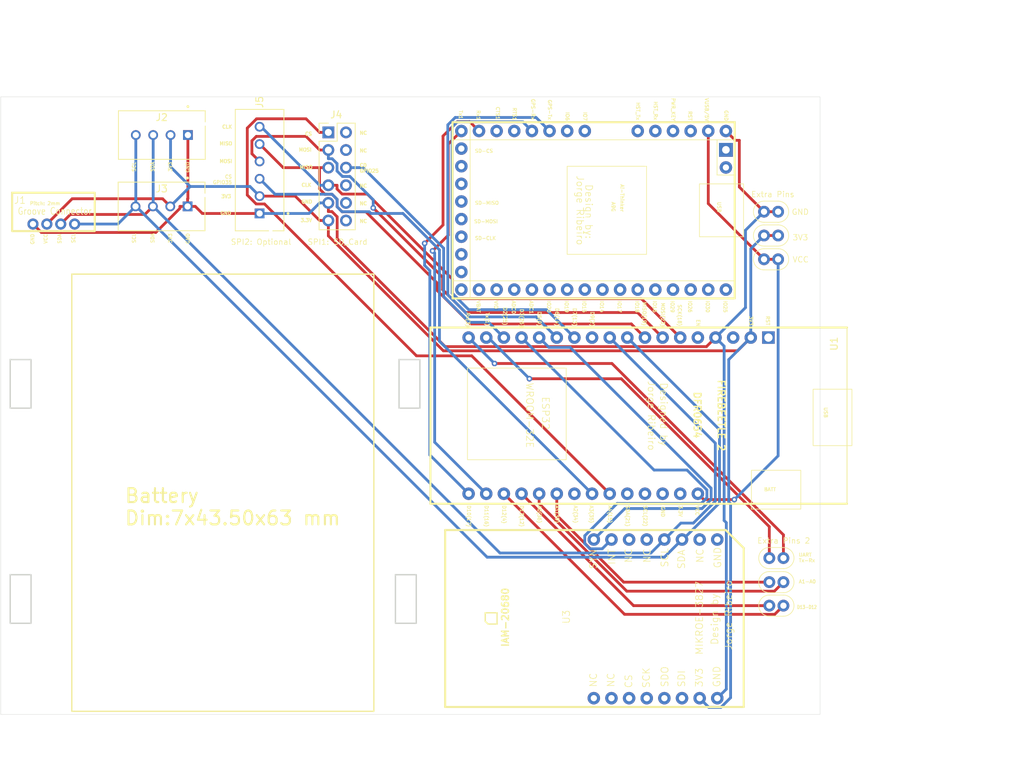
<source format=kicad_pcb>
(kicad_pcb (version 20221018) (generator pcbnew)
  (layers (0 "F.Cu" signal) (31 "B.Cu" signal) (34 "B.Paste" user) (35 "F.Paste" user) (36 "B.SilkS" user "B.Silkscreen") (37 "F.SilkS" user "F.Silkscreen") (38 "B.Mask" user) (39 "F.Mask" user) (44 "Edge.Cuts" user))
  (net 0 "")
  (net 1 "+5V")
  (net 2 "Earth")
  (net 5 "Net-(J4-Pin_2)")
  (net 6 "Net-(J1-SDA)")
  (net 7 "Net-(J1-SCL)")
  (net 8 "Net-(J4-Pin_1)")
  (net 9 "Net-(U1-D11{slash}UART2-Rx)")
  (net 11 "Net-(J4-Pin_3)")
  (net 12 "Net-(U1-D7)")
  (net 13 "Net-(U1-D3)")
  (net 14 "Net-(U1-D5)")
  (net 26 "+3V3")
  (net 31 "Net-(U1-D6)")
  (net 39 "Net-(U1-D10{slash}UART2-Tx)")
  (net 44 "Net-(J4-Pin_4)")
  (net 55 "Net-(J5-Pin_3)")
  (net 56 "Net-(J4-Pin_9)")
  (net 57 "Net-(J9-Pin_1)")
  (net 58 "Net-(J9-Pin_2)")
  (net 59 "Net-(J10-Pin_1)")
  (net 60 "Net-(J10-Pin_2)")
  (net 61 "Net-(J11-Pin_1)")
  (net 62 "Net-(J11-Pin_2)")
  (footprint "Library_Jorge:A9G-Kit" (layer "F.Cu") (at 165.073 53.644 -90)
    (fp_text reference "U2")
    (fp_text value "~" hide)
  )
  (footprint "Library_Jorge:MODULE_DFR0654" (layer "F.Cu") (at 161.886 83.238 -90)
    (fp_text reference "U1")
    (fp_text value "~")
  )
  (footprint "Library_Jorge:extraconnectors_1x02_P2.54mm" (layer "F.Cu") (at 210.693 116.459)
    (fp_text reference "J9" hide)
    (fp_text value "Conn_01x02" hide)
  )
  (footprint "Library_Jorge:extraconnectors_1x02_P2.54mm" (layer "F.Cu") (at 210.693 119.931)
    (fp_text reference "J10" hide)
    (fp_text value "Conn_01x02" hide)
  )
  (footprint "Library_Jorge:extraconnectors_1x02_P2.54mm" (layer "F.Cu") (at 209.931 73.406)
    (fp_text reference "J7" hide)
    (fp_text value "Conn_01x02" hide)
  )
  (footprint "MountingHole:MountingHole_4.3mm_M4" (layer "F.Cu") (at 211.5 132)
    (fp_text reference "REF8" hide)
    (fp_text value "MountingHole_4.3mm_M4" hide)
  )
  (footprint "Library_Jorge:extraconnectors_1x02_P2.54mm" (layer "F.Cu") (at 209.931 69.977)
    (fp_text reference "J6" hide)
    (fp_text value "Conn_01x02" hide)
  )
  (footprint "Library_Jorge:TE_1744418-4" (layer "F.Cu") (at 123.21 55.499)
    (fp_text reference "J2")
    (fp_text value "~" hide)
  )
  (footprint "MountingHole:MountingHole_4.3mm_M4" (layer "F.Cu") (at 106.5 57)
    (fp_text reference "REF2" hide)
    (fp_text value "MountingHole_4.3mm_M4" hide)
  )
  (footprint "Library_Jorge:extraconnectors_1x02_P2.54mm" (layer "F.Cu") (at 210.693 123.317)
    (fp_text reference "J11" hide)
    (fp_text value "Conn_01x02" hide)
  )
  (footprint "MountingHole:MountingHole_4.3mm_M4" (layer "F.Cu") (at 159 77)
    (fp_text reference "REF4" hide)
    (fp_text value "MountingHole_4.3mm_M4" hide)
  )
  (footprint "MountingHole:MountingHole_4.3mm_M4" (layer "F.Cu") (at 159 112)
    (fp_text reference "REF5" hide)
    (fp_text value "MountingHole_4.3mm_M4" hide)
  )
  (footprint "Library_Jorge:extraconnectors_1x02_P2.54mm" (layer "F.Cu") (at 209.931 66.548)
    (fp_text reference "J8" hide)
    (fp_text value "Conn_01x02" hide)
  )
  (footprint "Library_Jorge:TE_1744418-4" (layer "F.Cu") (at 123.17 65.786)
    (fp_text reference "J3")
    (fp_text value "~" hide)
  )
  (footprint "MountingHole:MountingHole_4.3mm_M4" (layer "F.Cu") (at 106.5 132)
    (fp_text reference "REF1" hide)
    (fp_text value "MountingHole_4.3mm_M4" hide)
  )
  (footprint "MountingHole:MountingHole_4.3mm_M4" (layer "F.Cu") (at 211.5 57)
    (fp_text reference "REF7" hide)
    (fp_text value "MountingHole_4.3mm_M4" hide)
  )
  (footprint "Library_Jorge:PinHeader_2x06_P2.54mm_Vertical" (layer "F.Cu") (at 147.188 55.118)
    (fp_text reference "J4")
    (fp_text value "SD Connector" hide)
  )
  (footprint "Library_Jorge:TE_1744418-6" (layer "F.Cu") (at 137.287 60.552 -90)
    (fp_text reference "J5")
    (fp_text value "SPI Connector Optional" hide)
  )
  (footprint "MountingHole:MountingHole_4.3mm_M4" (layer "F.Cu") (at 159 57)
    (fp_text reference "REF3" hide)
    (fp_text value "MountingHole_4.3mm_M4" hide)
  )
  (footprint "Library_Jorge:GrooveConnector_1" (layer "F.Cu") (at 101.648 69.342)
    (fp_text reference "J1")
    (fp_text value "~" hide)
  )
  (footprint "MountingHole:MountingHole_4.3mm_M4" (layer "F.Cu") (at 159 132)
    (fp_text reference "REF6" hide)
    (fp_text value "MountingHole_4.3mm_M4" hide)
  )
  (footprint "Library_Jorge:MIKROE-3827" (layer "F.Cu") (at 207.01 137.922 90)
    (fp_text reference "U3")
    (fp_text value "~" hide)
  )
  (gr_rect (start 110.241 75.542) (end 153.741 138.542) (stroke (width 0.2)) (fill none) (layer "F.SilkS"))
  (gr_rect (start 101.37 118.857) (end 104.37 125.857) (stroke (width 0.2)) (fill none) (layer "Edge.Cuts"))
  (gr_rect (start 156.85 118.857) (end 159.85 125.857) (stroke (width 0.2)) (fill none) (layer "Edge.Cuts"))
  (gr_rect (start 100 50) (end 218 139) (stroke (width 0.05)) (fill none) (layer "Edge.Cuts"))
  (gr_rect (start 101.37 87.857) (end 104.37 94.857) (stroke (width 0.2)) (fill none) (layer "Edge.Cuts"))
  (gr_rect (start 157.37 87.857) (end 160.37 94.857) (stroke (width 0.2)) (fill none) (layer "Edge.Cuts"))
  (gr_text "CLK" (at 131.826 54.61) (layer "F.SilkS") (effects (font (size 0.5 0.5) (thickness 0.125)) (justify left bottom)))
  (gr_text "CS\nGPIO35" (at 133.35 62.611) (layer "F.SilkS") (effects (font (size 0.5 0.5) (thickness 0.1) bold) (justify right bottom)))
  (gr_text "SCL" (at 119.507 60.833 90) (layer "F.SilkS") (effects (font (size 0.5 0.5) (thickness 0.1)) (justify left bottom)))
  (gr_text "SPI2: Optional" (at 133.096 71.374) (layer "F.SilkS") (effects (font (size 0.8 0.8) (thickness 0.1)) (justify left bottom)))
  (gr_text "NC" (at 151.633 68.199) (layer "F.SilkS") (effects (font (size 0.5 0.5) (thickness 0.125)) (justify left bottom)))
  (gr_text "3V3" (at 124.714 71.12 90) (layer "F.SilkS") (effects (font (size 0.5 0.5) (thickness 0.1)) (justify left bottom)))
  (gr_text "MISO" (at 131.445 57.023) (layer "F.SilkS") (effects (font (size 0.5 0.5) (thickness 0.125)) (justify left bottom)))
  (gr_text "3V3" (at 124.714 60.833 90) (layer "F.SilkS") (effects (font (size 0.5 0.5) (thickness 0.1)) (justify left bottom)))
  (gr_text "D13-D12" (at 214.63 123.825) (layer "F.SilkS") (effects (font (size 0.5 0.4) (thickness 0.1)) (justify left bottom)))
  (gr_text "MOSI" (at 131.445 59.563) (layer "F.SilkS") (effects (font (size 0.5 0.5) (thickness 0.125)) (justify left bottom)))
  (gr_text "CS" (at 143.759 55.626) (layer "F.SilkS") (effects (font (size 0.5 0.5) (thickness 0.125)) (justify left bottom)))
  (gr_text "Battery\nDim:7x43.50x63 mm" (at 117.734 111.868) (layer "F.SilkS") (effects (font (size 2 2) (thickness 0.3)) (justify left bottom)))
  (gr_text "Extra Pins" (at 208.026 64.516) (layer "F.SilkS") (effects (font (size 0.8 0.8) (thickness 0.1)) (justify left bottom)))
  (gr_text "GND" (at 143.251 65.405) (layer "F.SilkS") (effects (font (size 0.5 0.5) (thickness 0.125)) (justify left bottom)))
  (gr_text "3V3" (at 131.699 64.643) (layer "F.SilkS") (effects (font (size 0.5 0.5) (thickness 0.125)) (justify left bottom)))
  (gr_text "MISO" (at 142.997 60.452) (layer "F.SilkS") (effects (font (size 0.5 0.5) (thickness 0.125)) (justify left bottom)))
  (gr_text "NC" (at 151.633 63.119) (layer "F.SilkS") (effects (font (size 0.5 0.5) (thickness 0.125)) (justify left bottom)))
  (gr_text "SDA" (at 122.174 71.12 90) (layer "F.SilkS") (effects (font (size 0.5 0.5) (thickness 0.1)) (justify left bottom)))
  (gr_text "CD\nGPIO25" (at 151.633 60.96) (layer "F.SilkS") (effects (font (size 0.5 0.5) (thickness 0.125)) (justify left bottom)))
  (gr_text "SCL" (at 119.507 71.12 90) (layer "F.SilkS") (effects (font (size 0.5 0.5) (thickness 0.1)) (justify left bottom)))
  (gr_text "NC" (at 151.633 58.039) (layer "F.SilkS") (effects (font (size 0.5 0.5) (thickness 0.125)) (justify left bottom)))
  (gr_text "3.3V" (at 143.124 68.072) (layer "F.SilkS") (effects (font (size 0.5 0.5) (thickness 0.125)) (justify left bottom)))
  (gr_text "Extra Pins 2" (at 208.915 114.427) (layer "F.SilkS") (effects (font (size 0.8 0.8) (thickness 0.1)) (justify left bottom)))
  (gr_text "NC" (at 151.633 65.659) (layer "F.SilkS") (effects (font (size 0.5 0.5) (thickness 0.125)) (justify left bottom)))
  (gr_text "NC" (at 151.633 55.499) (layer "F.SilkS") (effects (font (size 0.5 0.5) (thickness 0.125)) (justify left bottom)))
  (gr_text "A1-A0" (at 214.884 120.142) (layer "F.SilkS") (effects (font (size 0.5 0.5) (thickness 0.1)) (justify left bottom)))
  (gr_text "UART\nTx-Rx" (at 214.884 117.094) (layer "F.SilkS") (effects (font (size 0.5 0.5) (thickness 0.1)) (justify left bottom)))
  (gr_text "SDA" (at 122.174 60.833 90) (layer "F.SilkS") (effects (font (size 0.5 0.5) (thickness 0.1)) (justify left bottom)))
  (gr_text "GND" (at 127.254 60.96 90) (layer "F.SilkS") (effects (font (size 0.5 0.5) (thickness 0.1)) (justify left bottom)))
  (gr_text "MOSI" (at 142.87 57.912) (layer "F.SilkS") (effects (font (size 0.5 0.5) (thickness 0.125)) (justify left bottom)))
  (gr_text "SPI1: SD_Card " (at 144.145 71.374) (layer "F.SilkS") (effects (font (size 0.8 0.8) (thickness 0.1)) (justify left bottom)))
  (gr_text "VCC" (at 213.995 73.914) (layer "F.SilkS") (effects (font (size 0.8 0.8) (thickness 0.1)) (justify left bottom)))
  (gr_text "GND" (at 131.572 67.056) (layer "F.SilkS") (effects (font (size 0.5 0.5) (thickness 0.125)) (justify left bottom)))
  (gr_text "NC" (at 191.008 117.221 90) (layer "F.SilkS") (effects (font (size 1 1) (thickness 0.1)) (justify left bottom)))
  (gr_text "GND" (at 127.254 71.247 90) (layer "F.SilkS") (effects (font (size 0.5 0.5) (thickness 0.1)) (justify left bottom)))
  (gr_text "GND" (at 213.868 67.056) (layer "F.SilkS") (effects (font (size 0.8 0.8) (thickness 0.1)) (justify left bottom)))
  (gr_text "3V3" (at 213.995 70.739) (layer "F.SilkS") (effects (font (size 0.8 0.8) (thickness 0.1)) (justify left bottom)))
  (gr_text "CLK" (at 143.251 62.992) (layer "F.SilkS") (effects (font (size 0.5 0.5) (thickness 0.125)) (justify left bottom)))
  (segment (start 211.963 73.406) (end 209.931 73.406) (width 0.4) (layer "F.Cu") (net 1))
  (segment (start 200.406 107.188) (end 201.2519 108.0339) (width 0.4) (layer "F.Cu") (net 1))
  (segment (start 201.2519 108.0339) (end 205.6553 108.0339) (width 0.4) (layer "F.Cu") (net 1))
  (segment (start 201.903 54.914) (end 201.903 65.378) (width 0.4) (layer "F.Cu") (net 1))
  (segment (start 201.903 65.378) (end 209.931 73.406) (width 0.4) (layer "F.Cu") (net 1))
  (via (at 205.6553 108.0339) (size 0.8) (drill 0.4) (layers "F.Cu" "B.Cu") (net 1))
  (segment (start 211.963 73.406) (end 211.963 101.7262) (width 0.4) (layer "B.Cu") (net 1))
  (segment (start 211.963 101.7262) (end 205.6553 108.0339) (width 0.4) (layer "B.Cu") (net 1))
  (segment (start 129.0419 66.802) (end 137.287 66.802) (width 0.4) (layer "F.Cu") (net 2))
  (segment (start 126.92 65.786) (end 126.92 64.6801) (width 0.4) (layer "F.Cu") (net 2))
  (segment (start 128.0259 65.786) (end 129.0419 66.802) (width 0.4) (layer "F.Cu") (net 2))
  (segment (start 126.92 65.786) (end 128.0259 65.786) (width 0.4) (layer "F.Cu") (net 2))
  (segment (start 211.963 66.548) (end 209.931 66.548) (width 0.4) (layer "F.Cu") (net 2))
  (segment (start 148.4581 67.2812) (end 147.7068 66.5299) (width 0.4) (layer "F.Cu") (net 2))
  (segment (start 122.3383 69.5383) (end 125.8141 66.0625) (width 0.4) (layer "F.Cu") (net 2))
  (segment (start 202.946 84.688) (end 201.6441 85.9899) (width 0.4) (layer "F.Cu") (net 2))
  (segment (start 126.92 65.786) (end 125.8141 65.786) (width 0.4) (layer "F.Cu") (net 2))
  (segment (start 105.8603 69.5383) (end 122.3383 69.5383) (width 0.4) (layer "F.Cu") (net 2))
  (segment (start 164.0155 85.9899) (end 148.4581 70.4325) (width 0.4) (layer "F.Cu") (net 2))
  (segment (start 147.7068 66.5299) (end 147.188 66.5299) (width 0.4) (layer "F.Cu") (net 2))
  (segment (start 126.96 55.499) (end 126.96 64.6401) (width 0.4) (layer "F.Cu") (net 2))
  (segment (start 104.648 68.326) (end 105.8603 69.5383) (width 0.4) (layer "F.Cu") (net 2))
  (segment (start 205.79 56.261) (end 204.443 54.914) (width 0.4) (layer "F.Cu") (net 2))
  (segment (start 206.375 62.992) (end 206.375 56.261) (width 0.4) (layer "F.Cu") (net 2))
  (segment (start 125.8141 66.0625) (end 125.8141 65.786) (width 0.4) (layer "F.Cu") (net 2))
  (segment (start 201.6441 85.9899) (end 164.0155 85.9899) (width 0.4) (layer "F.Cu") (net 2))
  (segment (start 148.4581 70.4325) (end 148.4581 67.2812) (width 0.4) (layer "F.Cu") (net 2))
  (segment (start 206.375 56.261) (end 205.79 56.261) (width 0.4) (layer "F.Cu") (net 2))
  (segment (start 126.96 64.6401) (end 126.92 64.6801) (width 0.4) (layer "F.Cu") (net 2))
  (segment (start 209.931 66.548) (end 206.375 62.992) (width 0.4) (layer "F.Cu") (net 2))
  (segment (start 147.188 65.278) (end 147.188 66.5299) (width 0.4) (layer "F.Cu") (net 2))
  (segment (start 209.931 66.548) (end 207.2614 69.2176) (width 0.4) (layer "B.Cu") (net 2))
  (segment (start 203.2 136.652) (end 204.5019 135.3501) (width 0.4) (layer "B.Cu") (net 2))
  (segment (start 204.1856 85.9276) (end 202.946 84.688) (width 0.4) (layer "B.Cu") (net 2))
  (segment (start 204.5019 111.3603) (end 204.1856 111.044) (width 0.4) (layer "B.Cu") (net 2))
  (segment (start 207.2614 80.3726) (end 202.946 84.688) (width 0.4) (layer "B.Cu") (net 2))
  (segment (start 204.1856 111.044) (end 204.1856 85.9276) (width 0.4) (layer "B.Cu") (net 2))
  (segment (start 204.5019 135.3501) (end 204.5019 111.3603) (width 0.4) (layer "B.Cu") (net 2))
  (segment (start 137.287 66.802) (end 144.4121 66.802) (width 0.4) (layer "B.Cu") (net 2))
  (segment (start 147.188 65.278) (end 145.9361 65.278) (width 0.4) (layer "B.Cu") (net 2))
  (segment (start 207.2614 69.2176) (end 207.2614 80.3726) (width 0.4) (layer "B.Cu") (net 2))
  (segment (start 144.4121 66.802) (end 145.9361 65.278) (width 0.4) (layer "B.Cu") (net 2))
  (segment (start 191.7148 81.0768) (end 166.9448 81.0768) (width 0.4) (layer "F.Cu") (net 5))
  (segment (start 136.8113 55.6946) (end 136.1789 56.327) (width 0.4) (layer "F.Cu") (net 5))
  (segment (start 143.9727 55.6946) (end 136.8113 55.6946) (width 0.4) (layer "F.Cu") (net 5))
  (segment (start 145.9361 57.658) (end 143.9727 55.6946) (width 0.4) (layer "F.Cu") (net 5))
  (segment (start 147.188 57.658) (end 145.9361 57.658) (width 0.4) (layer "F.Cu") (net 5))
  (segment (start 163.6498 75.9968) (end 153.6501 65.9971) (width 0.4) (layer "F.Cu") (net 5))
  (segment (start 163.6498 77.7818) (end 163.6498 75.9968) (width 0.4) (layer "F.Cu") (net 5))
  (segment (start 136.1789 56.327) (end 136.1789 58.1939) (width 0.4) (layer "F.Cu") (net 5))
  (segment (start 136.1789 58.1939) (end 137.287 59.302) (width 0.4) (layer "F.Cu") (net 5))
  (segment (start 166.9448 81.0768) (end 163.6498 77.7818) (width 0.4) (layer "F.Cu") (net 5))
  (segment (start 195.326 84.688) (end 191.7148 81.0768) (width 0.4) (layer "F.Cu") (net 5))
  (via (at 153.6501 65.9971) (size 0.8) (drill 0.4) (layers "F.Cu" "B.Cu") (net 5))
  (segment (start 150.2925 61.468) (end 153.6501 64.8256) (width 0.4) (layer "B.Cu") (net 5))
  (segment (start 147.188 58.9099) (end 147.7358 58.9099) (width 0.4) (layer "B.Cu") (net 5))
  (segment (start 149.2208 61.468) (end 150.2925 61.468) (width 0.4) (layer "B.Cu") (net 5))
  (segment (start 148.4399 60.6871) (end 149.2208 61.468) (width 0.4) (layer "B.Cu") (net 5))
  (segment (start 148.4399 59.614) (end 148.4399 60.6871) (width 0.4) (layer "B.Cu") (net 5))
  (segment (start 147.7358 58.9099) (end 148.4399 59.614) (width 0.4) (layer "B.Cu") (net 5))
  (segment (start 153.6501 64.8256) (end 153.6501 65.9971) (width 0.4) (layer "B.Cu") (net 5))
  (segment (start 147.188 57.658) (end 147.188 58.9099) (width 0.4) (layer "B.Cu") (net 5))
  (segment (start 110.0322 66.9418) (end 120.7642 66.9418) (width 0.4) (layer "F.Cu") (net 6))
  (segment (start 108.648 68.326) (end 110.0322 66.9418) (width 0.4) (layer "F.Cu") (net 6))
  (segment (start 120.7642 66.9418) (end 121.92 65.786) (width 0.4) (layer "F.Cu") (net 6))
  (segment (start 199.7564 111.4205) (end 197.9515 111.4205) (width 0.4) (layer "B.Cu") (net 6))
  (segment (start 197.9515 111.4205) (end 195.58 113.792) (width 0.4) (layer "B.Cu") (net 6))
  (segment (start 193.6418 115.7302) (end 195.58 113.792) (width 0.4) (layer "B.Cu") (net 6))
  (segment (start 121.96 65.786) (end 121.92 65.786) (width 0.4) (layer "B.Cu") (net 6))
  (segment (start 187.706 84.688) (end 202.9146 99.8966) (width 0.4) (layer "B.Cu") (net 6))
  (segment (start 121.96 65.786) (end 121.96 55.499) (width 0.4) (layer "B.Cu") (net 6))
  (segment (start 121.96 65.786) (end 171.9042 115.7302) (width 0.4) (layer "B.Cu") (net 6))
  (segment (start 171.9042 115.7302) (end 193.6418 115.7302) (width 0.4) (layer "B.Cu") (net 6))
  (segment (start 202.9146 99.8966) (end 202.9146 108.2623) (width 0.4) (layer "B.Cu") (net 6))
  (segment (start 202.9146 108.2623) (end 199.7564 111.4205) (width 0.4) (layer "B.Cu") (net 6))
  (segment (start 119.46 65.786) (end 119.46 55.499) (width 0.4) (layer "B.Cu") (net 7))
  (segment (start 190.246 84.688) (end 203.5193 97.9613) (width 0.4) (layer "B.Cu") (net 7))
  (segment (start 198.236 113.792) (end 198.12 113.792) (width 0.4) (layer "B.Cu") (net 7))
  (segment (start 203.5193 108.5087) (end 198.236 113.792) (width 0.4) (layer "B.Cu") (net 7))
  (segment (start 203.5193 97.9613) (end 203.5193 108.5087) (width 0.4) (layer "B.Cu") (net 7))
  (segment (start 119.507 65.786) (end 170.0531 116.3321) (width 0.4) (layer "B.Cu") (net 7))
  (segment (start 116.88 68.326) (end 119.42 65.786) (width 0.4) (layer "B.Cu") (net 7))
  (segment (start 119.42 65.786) (end 119.507 65.786) (width 0.4) (layer "B.Cu") (net 7))
  (segment (start 119.46 65.786) (end 119.42 65.786) (width 0.4) (layer "B.Cu") (net 7))
  (segment (start 195.5799 116.3321) (end 198.12 113.792) (width 0.4) (layer "B.Cu") (net 7))
  (segment (start 170.0531 116.3321) (end 195.5799 116.3321) (width 0.4) (layer "B.Cu") (net 7))
  (segment (start 119.46 65.786) (end 119.888 65.786) (width 0.4) (layer "B.Cu") (net 7))
  (segment (start 110.648 68.326) (end 116.88 68.326) (width 0.4) (layer "B.Cu") (net 7))
  (segment (start 137.9957 65.4351) (end 159.8806 87.32) (width 0.4) (layer "F.Cu") (net 8))
  (segment (start 143.9752 53.1571) (end 136.854 53.1571) (width 0.4) (layer "F.Cu") (net 8))
  (segment (start 145.9361 55.118) (end 143.9752 53.1571) (width 0.4) (layer "F.Cu") (net 8))
  (segment (start 135.5128 54.4983) (end 135.5128 64.1451) (width 0.4) (layer "F.Cu") (net 8))
  (segment (start 136.8028 65.4351) (end 137.9957 65.4351) (width 0.4) (layer "F.Cu") (net 8))
  (segment (start 135.5128 64.1451) (end 136.8028 65.4351) (width 0.4) (layer "F.Cu") (net 8))
  (segment (start 167.838 87.32) (end 187.706 107.188) (width 0.4) (layer "F.Cu") (net 8))
  (segment (start 159.8806 87.32) (end 167.838 87.32) (width 0.4) (layer "F.Cu") (net 8))
  (segment (start 147.188 55.118) (end 145.9361 55.118) (width 0.4) (layer "F.Cu") (net 8))
  (segment (start 136.854 53.1571) (end 135.5128 54.4983) (width 0.4) (layer "F.Cu") (net 8))
  (segment (start 166.343 54.914) (end 164.465 56.792) (width 0.4) (layer "F.Cu") (net 9))
  (segment (start 164.465 56.792) (end 164.465 69.924) (width 0.4) (layer "F.Cu") (net 9))
  (segment (start 164.465 69.924) (end 162.1951 72.1939) (width 0.4) (layer "F.Cu") (net 9))
  (via (at 162.1951 72.1939) (size 0.8) (drill 0.4) (layers "F.Cu" "B.Cu") (net 9))
  (segment (start 162.5003 99.7623) (end 169.926 107.188) (width 0.4) (layer "B.Cu") (net 9))
  (segment (start 162.5003 72.4991) (end 162.5003 99.7623) (width 0.4) (layer "B.Cu") (net 9))
  (segment (start 162.1951 72.1939) (end 162.5003 72.4991) (width 0.4) (layer "B.Cu") (net 9))
  (segment (start 190.8243 82.7263) (end 192.786 84.688) (width 0.4) (layer "F.Cu") (net 11))
  (segment (start 146.6715 64.0261) (end 147.712 64.0261) (width 0.4) (layer "F.Cu") (net 11))
  (segment (start 148.458 64.7721) (end 148.458 65.8441) (width 0.4) (layer "F.Cu") (net 11))
  (segment (start 190.8243 82.7262) (end 190.8243 82.7263) (width 0.4) (layer "F.Cu") (net 11))
  (segment (start 167.6863 82.7262) (end 190.8243 82.7262) (width 0.4) (layer "F.Cu") (net 11))
  (segment (start 162.8358 77.8757) (end 167.6863 82.7262) (width 0.4) (layer "F.Cu") (net 11))
  (segment (start 162.8358 76.8026) (end 162.8358 77.8757) (width 0.4) (layer "F.Cu") (net 11))
  (segment (start 148.458 65.8441) (end 149.1619 66.548) (width 0.4) (layer "F.Cu") (net 11))
  (segment (start 145.913 63.2676) (end 146.6715 64.0261) (width 0.4) (layer "F.Cu") (net 11))
  (segment (start 149.1619 66.548) (end 152.5812 66.548) (width 0.4) (layer "F.Cu") (net 11))
  (segment (start 140.683 60.198) (end 137.287 56.802) (width 0.4) (layer "F.Cu") (net 11))
  (segment (start 147.712 64.0261) (end 148.458 64.7721) (width 0.4) (layer "F.Cu") (net 11))
  (segment (start 145.913 60.198) (end 140.683 60.198) (width 0.4) (layer "F.Cu") (net 11))
  (segment (start 147.188 60.198) (end 145.913 60.198) (width 0.4) (layer "F.Cu") (net 11))
  (segment (start 145.913 60.198) (end 145.913 63.2676) (width 0.4) (layer "F.Cu") (net 11))
  (segment (start 152.5812 66.548) (end 162.8358 76.8026) (width 0.4) (layer "F.Cu") (net 11))
  (segment (start 176.503 54.914) (end 175.1816 53.5926) (width 0.4) (layer "B.Cu") (net 12))
  (segment (start 175.1816 53.5926) (end 165.7552 53.5926) (width 0.4) (layer "B.Cu") (net 12))
  (segment (start 165.7552 53.5926) (end 165.0184 54.3294) (width 0.4) (layer "B.Cu") (net 12))
  (segment (start 165.0184 78.2923) (end 167.394 80.6679) (width 0.4) (layer "B.Cu") (net 12))
  (segment (start 167.394 80.6679) (end 178.6059 80.6679) (width 0.4) (layer "B.Cu") (net 12))
  (segment (start 178.6059 80.6679) (end 182.626 84.688) (width 0.4) (layer "B.Cu") (net 12))
  (segment (start 165.0184 54.3294) (end 165.0184 78.2923) (width 0.4) (layer "B.Cu") (net 12))
  (segment (start 175.006 84.688) (end 194.0918 103.7738) (width 0.4) (layer "B.Cu") (net 13))
  (segment (start 186.6237 115.1283) (end 187.96 113.792) (width 0.4) (layer "B.Cu") (net 13))
  (segment (start 198.833 103.7738) (end 201.7093 106.6501) (width 0.4) (layer "B.Cu") (net 13))
  (segment (start 201.7093 106.6501) (end 201.7093 107.7654) (width 0.4) (layer "B.Cu") (net 13))
  (segment (start 194.0918 103.7738) (end 198.833 103.7738) (width 0.4) (layer "B.Cu") (net 13))
  (segment (start 188.7708 108.5875) (end 184.1155 113.2428) (width 0.4) (layer "B.Cu") (net 13))
  (segment (start 184.8574 115.1283) (end 186.6237 115.1283) (width 0.4) (layer "B.Cu") (net 13))
  (segment (start 201.7093 107.7654) (end 200.8872 108.5875) (width 0.4) (layer "B.Cu") (net 13))
  (segment (start 184.1155 113.2428) (end 184.1155 114.3864) (width 0.4) (layer "B.Cu") (net 13))
  (segment (start 200.8872 108.5875) (end 188.7708 108.5875) (width 0.4) (layer "B.Cu") (net 13))
  (segment (start 184.1155 114.3864) (end 184.8574 115.1283) (width 0.4) (layer "B.Cu") (net 13))
  (segment (start 202.3112 108.0146) (end 201.0013 109.3245) (width 0.4) (layer "B.Cu") (net 14))
  (segment (start 182.0066 86.0963) (end 202.3112 106.4009) (width 0.4) (layer "B.Cu") (net 14))
  (segment (start 178.9543 86.0963) (end 182.0066 86.0963) (width 0.4) (layer "B.Cu") (net 14))
  (segment (start 189.8875 109.3245) (end 185.42 113.792) (width 0.4) (layer "B.Cu") (net 14))
  (segment (start 202.3112 106.4009) (end 202.3112 108.0146) (width 0.4) (layer "B.Cu") (net 14))
  (segment (start 177.546 84.688) (end 178.9543 86.0963) (width 0.4) (layer "B.Cu") (net 14))
  (segment (start 201.0013 109.3245) (end 189.8875 109.3245) (width 0.4) (layer "B.Cu") (net 14))
  (segment (start 147.188 67.818) (end 145.9361 67.818) (width 0.4) (layer "F.Cu") (net 26))
  (segment (start 145.9361 67.818) (end 142.4201 64.302) (width 0.4) (layer "F.Cu") (net 26))
  (segment (start 110.2947 64.6793) (end 106.648 68.326) (width 0.4) (layer "F.Cu") (net 26))
  (segment (start 142.4201 64.302) (end 137.287 64.302) (width 0.4) (layer "F.Cu") (net 26))
  (segment (start 123.3133 64.6793) (end 110.2947 64.6793) (width 0.4) (layer "F.Cu") (net 26))
  (segment (start 163.7537 86.5933) (end 206.1207 86.5933) (width 0.4) (layer "F.Cu") (net 26))
  (segment (start 147.188 67.818) (end 147.188 70.0276) (width 0.4) (layer "F.Cu") (net 26))
  (segment (start 147.188 70.0276) (end 163.7537 86.5933) (width 0.4) (layer "F.Cu") (net 26))
  (segment (start 211.963 69.977) (end 209.931 69.977) (width 0.4) (layer "F.Cu") (net 26))
  (segment (start 206.1207 86.5933) (end 208.026 84.688) (width 0.4) (layer "F.Cu") (net 26))
  (segment (start 124.42 65.786) (end 123.3133 64.6793) (width 0.4) (layer "F.Cu") (net 26))
  (segment (start 127.291 62.915) (end 124.46 60.084) (width 0.4) (layer "B.Cu") (net 26))
  (segment (start 208.026 71.882) (end 209.931 69.977) (width 0.4) (layer "B.Cu") (net 26))
  (segment (start 205.1179 136.5834) (end 205.1179 108.6321) (width 0.4) (layer "B.Cu") (net 26))
  (segment (start 204.8518 108.366) (end 204.8518 87.8622) (width 0.4) (layer "B.Cu") (net 26))
  (segment (start 124.46 60.084) (end 124.46 55.499) (width 0.4) (layer "B.Cu") (net 26))
  (segment (start 135.9 62.915) (end 127.291 62.915) (width 0.4) (layer "B.Cu") (net 26))
  (segment (start 201.9814 137.9734) (end 203.7279 137.9734) (width 0.4) (layer "B.Cu") (net 26))
  (segment (start 203.7279 137.9734) (end 205.1179 136.5834) (width 0.4) (layer "B.Cu") (net 26))
  (segment (start 204.8518 87.8622) (end 208.026 84.688) (width 0.4) (layer "B.Cu") (net 26))
  (segment (start 208.026 84.688) (end 208.026 71.882) (width 0.4) (layer "B.Cu") (net 26))
  (segment (start 205.1179 108.6321) (end 204.8518 108.366) (width 0.4) (layer "B.Cu") (net 26))
  (segment (start 127.291 62.915) (end 124.42 65.786) (width 0.4) (layer "B.Cu") (net 26))
  (segment (start 137.287 64.302) (end 135.9 62.915) (width 0.4) (layer "B.Cu") (net 26))
  (segment (start 200.66 136.652) (end 201.9814 137.9734) (width 0.4) (layer "B.Cu") (net 26))
  (segment (start 177.105 81.7069) (end 177.105 81.707) (width 0.4) (layer "B.Cu") (net 31))
  (segment (start 165.457 52.9697) (end 164.3939 54.0328) (width 0.4) (layer "B.Cu") (net 31))
  (segment (start 177.0987 52.9697) (end 165.457 52.9697) (width 0.4) (layer "B.Cu") (net 31))
  (segment (start 164.3939 54.0328) (end 164.3939 78.5207) (width 0.4) (layer "B.Cu") (net 31))
  (segment (start 164.3939 78.5207) (end 167.5801 81.7069) (width 0.4) (layer "B.Cu") (net 31))
  (segment (start 177.105 81.707) (end 180.086 84.688) (width 0.4) (layer "B.Cu") (net 31))
  (segment (start 179.043 54.914) (end 177.0987 52.9697) (width 0.4) (layer "B.Cu") (net 31))
  (segment (start 167.5801 81.7069) (end 177.105 81.7069) (width 0.4) (layer "B.Cu") (net 31))
  (segment (start 163.703 55.642) (end 163.703 68.4584) (width 0.4) (layer "F.Cu") (net 39))
  (segment (start 163.703 68.4584) (end 161.0537 71.1077) (width 0.4) (layer "F.Cu") (net 39))
  (segment (start 167.5288 53.5598) (end 165.7852 53.5598) (width 0.4) (layer "F.Cu") (net 39))
  (segment (start 168.883 54.914) (end 167.5288 53.5598) (width 0.4) (layer "F.Cu") (net 39))
  (segment (start 165.7852 53.5598) (end 163.703 55.642) (width 0.4) (layer "F.Cu") (net 39))
  (via (at 161.0537 71.1077) (size 0.8) (drill 0.4) (layers "F.Cu" "B.Cu") (net 39))
  (segment (start 167.386 107.188) (end 161.8019 101.6039) (width 0.4) (layer "B.Cu") (net 39))
  (segment (start 161.0537 74.2883) (end 161.0537 71.1077) (width 0.4) (layer "B.Cu") (net 39))
  (segment (start 161.8019 75.0365) (end 161.0537 74.2883) (width 0.4) (layer "B.Cu") (net 39))
  (segment (start 161.8019 101.6039) (end 161.8019 75.0365) (width 0.4) (layer "B.Cu") (net 39))
  (segment (start 149.1729 64.0066) (end 148.4399 63.2736) (width 0.4) (layer "F.Cu") (net 44))
  (segment (start 152.7936 64.0066) (end 149.1729 64.0066) (width 0.4) (layer "F.Cu") (net 44))
  (segment (start 165.0411 78.315) (end 165.0411 76.2541) (width 0.4) (layer "F.Cu") (net 44))
  (segment (start 197.866 84.688) (end 192.2539 79.0759) (width 0.4) (layer "F.Cu") (net 44))
  (segment (start 165.0411 76.2541) (end 152.7936 64.0066) (width 0.4) (layer "F.Cu") (net 44))
  (segment (start 148.4399 63.2736) (end 148.4399 62.738) (width 0.4) (layer "F.Cu") (net 44))
  (segment (start 147.188 62.738) (end 148.4399 62.738) (width 0.4) (layer "F.Cu") (net 44))
  (segment (start 192.2539 79.0759) (end 165.802 79.0759) (width 0.4) (layer "F.Cu") (net 44))
  (segment (start 165.802 79.0759) (end 165.0411 78.315) (width 0.4) (layer "F.Cu") (net 44))
  (segment (start 137.5001 54.302) (end 137.287 54.302) (width 0.4) (layer "B.Cu") (net 44))
  (segment (start 147.188 62.738) (end 145.9361 62.738) (width 0.4) (layer "B.Cu") (net 44))
  (segment (start 145.9361 62.738) (end 137.5001 54.302) (width 0.4) (layer "B.Cu") (net 44))
  (segment (start 163.1886 85.2106) (end 185.166 107.188) (width 0.4) (layer "B.Cu") (net 55))
  (segment (start 149.1619 66.548) (end 153.0671 66.548) (width 0.4) (layer "B.Cu") (net 55))
  (segment (start 148.458 64.7722) (end 148.458 65.8441) (width 0.4) (layer "B.Cu") (net 55))
  (segment (start 137.287 61.802) (end 139.5111 64.0261) (width 0.4) (layer "B.Cu") (net 55))
  (segment (start 153.0671 66.548) (end 153.3181 66.799) (width 0.4) (layer "B.Cu") (net 55))
  (segment (start 157.9342 66.799) (end 163.1886 72.0534) (width 0.4) (layer "B.Cu") (net 55))
  (segment (start 147.7119 64.0261) (end 148.458 64.7722) (width 0.4) (layer "B.Cu") (net 55))
  (segment (start 139.5111 64.0261) (end 147.7119 64.0261) (width 0.4) (layer "B.Cu") (net 55))
  (segment (start 153.3181 66.799) (end 157.9342 66.799) (width 0.4) (layer "B.Cu") (net 55))
  (segment (start 148.458 65.8441) (end 149.1619 66.548) (width 0.4) (layer "B.Cu") (net 55))
  (segment (start 163.1886 72.0534) (end 163.1886 85.2106) (width 0.4) (layer "B.Cu") (net 55))
  (segment (start 167.5051 82.4849) (end 170.2629 82.4849) (width 0.4) (layer "B.Cu") (net 56))
  (segment (start 170.2629 82.4849) (end 172.466 84.688) (width 0.4) (layer "B.Cu") (net 56))
  (segment (start 149.728 60.198) (end 150.9799 60.198) (width 0.4) (layer "B.Cu") (net 56))
  (segment (start 152.1843 60.198) (end 163.792 71.8057) (width 0.4) (layer "B.Cu") (net 56))
  (segment (start 163.792 78.7718) (end 167.5051 82.4849) (width 0.4) (layer "B.Cu") (net 56))
  (segment (start 150.9799 60.198) (end 152.1843 60.198) (width 0.4) (layer "B.Cu") (net 56))
  (segment (start 163.792 71.8057) (end 163.792 78.7718) (width 0.4) (layer "B.Cu") (net 56))
  (segment (start 210.693 111.9376) (end 189.3766 90.6212) (width 0.4) (layer "F.Cu") (net 57))
  (segment (start 210.693 116.459) (end 210.693 111.9376) (width 0.4) (layer "F.Cu") (net 57))
  (segment (start 189.3766 90.6212) (end 176.1445 90.6212) (width 0.4) (layer "F.Cu") (net 57))
  (via (at 176.1445 90.6212) (size 0.8) (drill 0.4) (layers "F.Cu" "B.Cu") (net 57))
  (segment (start 170.2113 84.688) (end 176.1445 90.6212) (width 0.4) (layer "B.Cu") (net 57))
  (segment (start 169.926 84.688) (end 170.2113 84.688) (width 0.4) (layer "B.Cu") (net 57))
  (segment (start 212.725 116.459) (end 212.725 113.1148) (width 0.4) (layer "F.Cu") (net 58))
  (segment (start 188.0322 88.422) (end 171.12 88.422) (width 0.4) (layer "F.Cu") (net 58))
  (segment (start 212.725 113.1148) (end 188.0322 88.422) (width 0.4) (layer "F.Cu") (net 58))
  (via (at 171.12 88.422) (size 0.8) (drill 0.4) (layers "F.Cu" "B.Cu") (net 58))
  (segment (start 167.386 84.688) (end 171.12 88.422) (width 0.4) (layer "B.Cu") (net 58))
  (segment (start 180.086 110.3008) (end 180.086 107.188) (width 0.4) (layer "F.Cu") (net 59))
  (segment (start 189.7162 119.931) (end 180.086 110.3008) (width 0.4) (layer "F.Cu") (net 59))
  (segment (start 210.693 119.931) (end 189.7162 119.931) (width 0.4) (layer "F.Cu") (net 59))
  (segment (start 177.546 108.6119) (end 190.1673 121.2332) (width 0.4) (layer "F.Cu") (net 60))
  (segment (start 211.4228 121.2332) (end 212.725 119.931) (width 0.4) (layer "F.Cu") (net 60))
  (segment (start 190.1673 121.2332) (end 211.4228 121.2332) (width 0.4) (layer "F.Cu") (net 60))
  (segment (start 177.546 107.188) (end 177.546 108.6119) (width 0.4) (layer "F.Cu") (net 60))
  (segment (start 175.006 107.188) (end 191.135 123.317) (width 0.4) (layer "F.Cu") (net 61))
  (segment (start 191.135 123.317) (end 210.693 123.317) (width 0.4) (layer "F.Cu") (net 61))
  (segment (start 211.4717 124.5703) (end 212.725 123.317) (width 0.4) (layer "F.Cu") (net 62))
  (segment (start 189.8483 124.5703) (end 211.4717 124.5703) (width 0.4) (layer "F.Cu") (net 62))
  (segment (start 172.466 107.188) (end 189.8483 124.5703) (width 0.4) (layer "F.Cu") (net 62))
)
</source>
